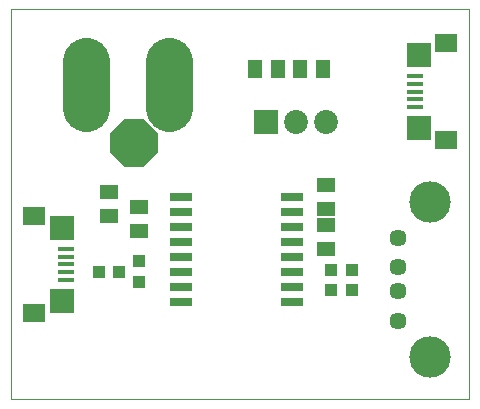
<source format=gts>
G75*
%MOIN*%
%OFA0B0*%
%FSLAX24Y24*%
%IPPOS*%
%LPD*%
%AMOC8*
5,1,8,0,0,1.08239X$1,22.5*
%
%ADD10C,0.0000*%
%ADD11R,0.0758X0.0256*%
%ADD12R,0.0787X0.0827*%
%ADD13R,0.0748X0.0630*%
%ADD14R,0.0531X0.0157*%
%ADD15R,0.0425X0.0413*%
%ADD16R,0.0413X0.0425*%
%ADD17R,0.0630X0.0512*%
%ADD18C,0.0571*%
%ADD19C,0.1378*%
%ADD20R,0.0797X0.0797*%
%ADD21C,0.0797*%
%ADD22C,0.1581*%
%ADD23OC8,0.1575*%
%ADD24R,0.0512X0.0630*%
D10*
X000458Y000150D02*
X000458Y013150D01*
X015708Y013150D01*
X015708Y000150D01*
X000458Y000150D01*
D11*
X006103Y003400D03*
X006103Y003900D03*
X006103Y004400D03*
X006103Y004900D03*
X006103Y005400D03*
X006103Y005900D03*
X006103Y006400D03*
X006103Y006900D03*
X009813Y006900D03*
X009813Y006400D03*
X009813Y005900D03*
X009813Y005400D03*
X009813Y004900D03*
X009813Y004400D03*
X009813Y003900D03*
X009813Y003400D03*
D12*
X002133Y003430D03*
X002133Y005870D03*
X014032Y009180D03*
X014032Y011620D03*
D13*
X014958Y012014D03*
X014958Y008786D03*
X001208Y006264D03*
X001208Y003036D03*
D14*
X002261Y004138D03*
X002261Y004394D03*
X002261Y004650D03*
X002261Y004906D03*
X002261Y005162D03*
X013905Y009888D03*
X013905Y010144D03*
X013905Y010400D03*
X013905Y010656D03*
X013905Y010912D03*
D15*
X004708Y004744D03*
X004708Y004056D03*
D16*
X004052Y004400D03*
X003363Y004400D03*
X011113Y004450D03*
X011802Y004450D03*
X011802Y003800D03*
X011113Y003800D03*
D17*
X010958Y005156D03*
X010958Y005944D03*
X010958Y006506D03*
X010958Y007294D03*
X004708Y006544D03*
X003708Y006256D03*
X003708Y007044D03*
X004708Y005756D03*
D18*
X013340Y005528D03*
X013340Y004544D03*
X013340Y003756D03*
X013340Y002772D03*
D19*
X014403Y001563D03*
X014403Y006737D03*
D20*
X008958Y009400D03*
D21*
X009958Y009400D03*
X010958Y009400D03*
D22*
X005714Y009859D02*
X005714Y011441D01*
X002958Y011441D02*
X002958Y009859D01*
D23*
X004532Y008681D03*
D24*
X008564Y011150D03*
X009351Y011150D03*
X010064Y011150D03*
X010851Y011150D03*
M02*

</source>
